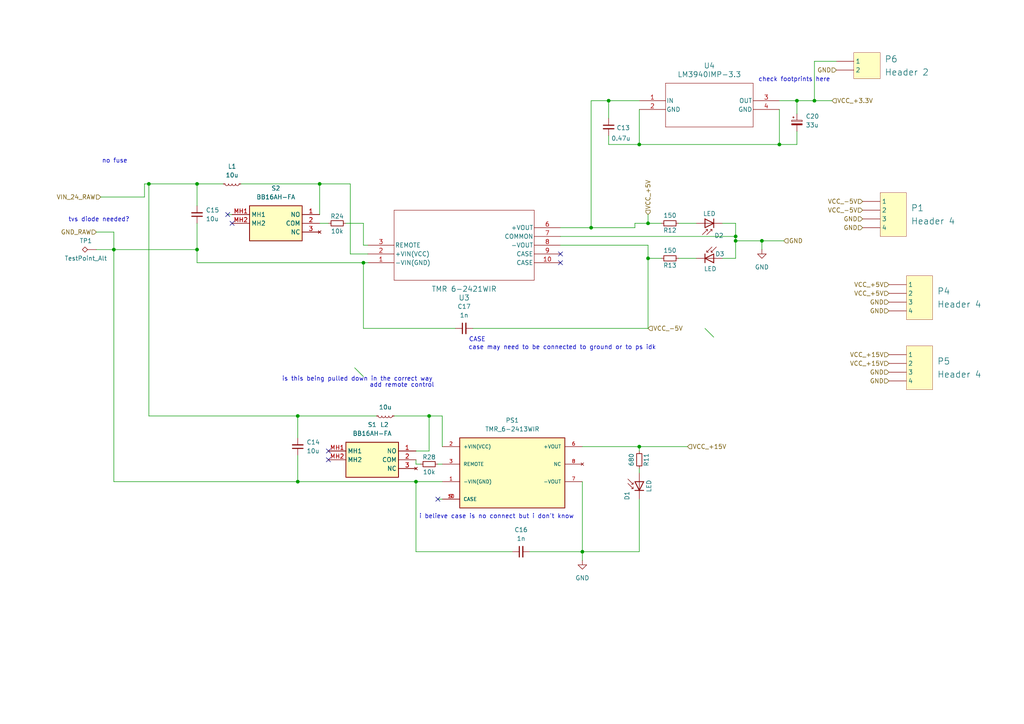
<source format=kicad_sch>
(kicad_sch (version 20231120) (generator "eeschema") (generator_version "8.0")
  (paper "A4")
  (lib_symbols
    (symbol "2025-07-16_21-58-08:TMR_6-2421WIR" (pin_names (offset 0.254))
      (property "Reference" "U" (at 27.94 10.16 0))
      (property "Value" "TMR 6-2421WIR" (at 27.94 7.62 0))
      (symbol "TMR_6-2421WIR_0_1"
        (polyline (pts (xy 7.62 -15.24) (xy 48.26 -15.24)) (stroke (width 0.127)))
        (polyline (pts (xy 7.62 5.08) (xy 7.62 -15.24)) (stroke (width 0.127)))
        (polyline (pts (xy 48.26 -15.24) (xy 48.26 5.08)) (stroke (width 0.127)))
        (polyline (pts (xy 48.26 5.08) (xy 7.62 5.08)) (stroke (width 0.127)))
        (pin power_out line (at 0 0 0) (length 7.62) (name "-VIN(GND)") (number "1"))
        (pin unspecified line (at 55.88 0 180) (length 7.62) (name "CASE") (number "10"))
        (pin power_in line (at 0 -2.54 0) (length 7.62) (name "+VIN(VCC)") (number "2"))
        (pin bidirectional line (at 0 -5.08 0) (length 7.62) (name "REMOTE") (number "3"))
        (pin power_in line (at 55.88 -10.16 180) (length 7.62) (name "+VOUT") (number "6"))
        (pin unspecified line (at 55.88 -7.62 180) (length 7.62) (name "COMMON") (number "7"))
        (pin power_in line (at 55.88 -5.08 180) (length 7.62) (name "-VOUT") (number "8"))
        (pin unspecified line (at 55.88 -2.54 180) (length 7.62) (name "CASE") (number "9"))
      )
    )
    (symbol "BB16AH-FA:BB16AH-FA"
      (property "Reference" "S" (at 21.59 7.62 0))
      (property "Value" "BB16AH-FA" (at 21.59 5.08 0))
      (symbol "BB16AH-FA_1_1"
        (rectangle (start 5.08 2.54) (end 20.32 -7.62) (stroke (width 0.254)) (fill (type background)))
        (pin passive line (at 25.4 0 180) (length 5.08) (name "NO") (number "1"))
        (pin passive line (at 25.4 -2.54 180) (length 5.08) (name "COM") (number "2"))
        (pin no_connect line (at 25.4 -5.08 180) (length 5.08) (name "NC") (number "3"))
        (pin passive line (at 0 0 0) (length 5.08) (name "MH1") (number "MH1"))
        (pin passive line (at 0 -2.54 0) (length 5.08) (name "MH2") (number "MH2"))
      )
    )
    (symbol "Connector:TestPoint_Alt" (pin_numbers hide) (pin_names (offset 0.762) hide)
      (property "Reference" "TP" (at 0 6.858 0))
      (property "Value" "TestPoint_Alt" (at 0 5.08 0))
      (symbol "TestPoint_Alt_0_1"
        (polyline (pts (xy 0 2.54) (xy -0.762 3.302) (xy 0 4.064) (xy 0.762 3.302) (xy 0 2.54)))
      )
      (symbol "TestPoint_Alt_1_1"
        (pin passive line (at 0 0 90) (length 2.54) (name "1") (number "1"))
      )
    )
    (symbol "Device:C_Polarized_Small" (pin_numbers hide) (pin_names (offset 0.254) hide)
      (property "Reference" "C" (at 0.254 1.778 0))
      (property "Value" "C_Polarized_Small" (at 0.254 -2.032 0))
      (symbol "C_Polarized_Small_0_1"
        (rectangle (start -1.524 -0.3048) (end 1.524 -0.6858) (fill (type outline)))
        (rectangle (start -1.524 0.6858) (end 1.524 0.3048))
        (polyline (pts (xy -1.27 1.524) (xy -0.762 1.524)))
        (polyline (pts (xy -1.016 1.27) (xy -1.016 1.778)))
      )
      (symbol "C_Polarized_Small_1_1"
        (pin passive line (at 0 2.54 270) (length 1.8542) (name "~") (number "1"))
        (pin passive line (at 0 -2.54 90) (length 1.8542) (name "~") (number "2"))
      )
    )
    (symbol "Device:C_Small" (pin_numbers hide) (pin_names (offset 0.254) hide)
      (property "Reference" "C" (at 0.254 1.778 0))
      (property "Value" "C_Small" (at 0.254 -2.032 0))
      (symbol "C_Small_0_1"
        (polyline (pts (xy -1.524 -0.508) (xy 1.524 -0.508)) (stroke (width 0.3302)))
        (polyline (pts (xy -1.524 0.508) (xy 1.524 0.508)) (stroke (width 0.3048)))
      )
      (symbol "C_Small_1_1"
        (pin passive line (at 0 2.54 270) (length 2.032) (name "~") (number "1"))
        (pin passive line (at 0 -2.54 90) (length 2.032) (name "~") (number "2"))
      )
    )
    (symbol "Device:D_Photo" (pin_numbers hide) (pin_names hide)
      (property "Reference" "D" (at 0.508 1.778 0))
      (property "Value" "D_Photo" (at -1.016 -2.794 0))
      (symbol "D_Photo_0_1"
        (polyline (pts (xy -2.54 1.27) (xy -2.54 -1.27)) (stroke (width 0.254)))
        (polyline (pts (xy -2.032 1.778) (xy -1.524 1.778)))
        (polyline (pts (xy 0 0) (xy -2.54 0)))
        (polyline (pts (xy -0.508 3.302) (xy -2.032 1.778) (xy -2.032 2.286)))
        (polyline (pts (xy 0 -1.27) (xy 0 1.27) (xy -2.54 0) (xy 0 -1.27)) (stroke (width 0.254)))
        (polyline (pts (xy 0.762 3.302) (xy -0.762 1.778) (xy -0.762 2.286) (xy -0.762 1.778) (xy -0.254 1.778)))
      )
      (symbol "D_Photo_1_1"
        (pin passive line (at -5.08 0 0) (length 2.54) (name "K") (number "1"))
        (pin passive line (at 2.54 0 180) (length 2.54) (name "A") (number "2"))
      )
    )
    (symbol "Device:L_Small" (pin_numbers hide) (pin_names (offset 0.254) hide)
      (property "Reference" "L" (at 0.762 1.016 0))
      (property "Value" "L_Small" (at 0.762 -1.016 0))
      (symbol "L_Small_0_1"
        (arc (start 0 -2.032) (mid 0.5058 -1.524) (end 0 -1.016))
        (arc (start 0 -1.016) (mid 0.5058 -0.508) (end 0 0))
        (arc (start 0 0) (mid 0.5058 0.508) (end 0 1.016))
        (arc (start 0 1.016) (mid 0.5058 1.524) (end 0 2.032))
      )
      (symbol "L_Small_1_1"
        (pin passive line (at 0 2.54 270) (length 0.508) (name "~") (number "1"))
        (pin passive line (at 0 -2.54 90) (length 0.508) (name "~") (number "2"))
      )
    )
    (symbol "Device:R_Small" (pin_numbers hide) (pin_names (offset 0.254) hide)
      (property "Reference" "R" (at 0.762 0.508 0))
      (property "Value" "R_Small" (at 0.762 -1.016 0))
      (symbol "R_Small_0_1"
        (rectangle (start -0.762 1.778) (end 0.762 -1.778) (stroke (width 0.2032)))
      )
      (symbol "R_Small_1_1"
        (pin passive line (at 0 2.54 270) (length 0.762) (name "~") (number "1"))
        (pin passive line (at 0 -2.54 90) (length 0.762) (name "~") (number "2"))
      )
    )
    (symbol "Miscellaneous Connectors:Header 2"
      (property "Reference" "P" (at 0 -7.62 0))
      (property "Value" "Header 2" (at -1.27 -3.81 0))
      (symbol "Header 2_1_0"
        (rectangle (start 7.62 0) (end 0 -7.62) (stroke (width 0.0254) (color 128 0 0 1)) (fill (type background)))
        (pin passive line (at -5.08 -2.54 0) (length 5.08) (name "1") (number "1"))
        (pin passive line (at -5.08 -5.08 0) (length 5.08) (name "2") (number "2"))
      )
    )
    (symbol "Miscellaneous Connectors:Header 4"
      (property "Reference" "P" (at 0 -12.7 0))
      (property "Value" "Header 4" (at -1.27 -3.81 0))
      (symbol "Header 4_1_0"
        (rectangle (start 7.62 0) (end 0 -12.7) (stroke (width 0.0254) (color 128 0 0 1)) (fill (type background)))
        (pin passive line (at -5.08 -2.54 0) (length 5.08) (name "1") (number "1"))
        (pin passive line (at -5.08 -5.08 0) (length 5.08) (name "2") (number "2"))
        (pin passive line (at -5.08 -7.62 0) (length 5.08) (name "3") (number "3"))
        (pin passive line (at -5.08 -10.16 0) (length 5.08) (name "4") (number "4"))
      )
    )
    (symbol "TMR_6-2413WIR:TMR_6-2413WIR" (pin_names (offset 1.016))
      (property "Reference" "PS" (at -15.24 10.922 0))
      (property "Value" "TMR_6-2413WIR" (at -15.24 -12.7 0))
      (symbol "TMR_6-2413WIR_0_0"
        (rectangle (start -15.24 -10.16) (end 15.24 10.16) (stroke (width 0.254)) (fill (type background)))
        (pin input line (at -20.32 -2.54 0) (length 5.08) (name "-VIN(GND)") (number "1"))
        (pin passive line (at -20.32 -7.62 0) (length 5.08) (name "CASE") (number "10"))
        (pin input line (at -20.32 7.62 0) (length 5.08) (name "+VIN(VCC)") (number "2"))
        (pin input line (at -20.32 2.54 0) (length 5.08) (name "REMOTE") (number "3"))
        (pin output line (at 20.32 7.62 180) (length 5.08) (name "+VOUT") (number "6"))
        (pin output line (at 20.32 -2.54 180) (length 5.08) (name "-VOUT") (number "7"))
        (pin no_connect line (at 20.32 2.54 180) (length 5.08) (name "NC") (number "8"))
        (pin passive line (at -20.32 -7.62 0) (length 5.08) (name "CASE") (number "9"))
      )
    )
    (symbol "ldo:LM3940IMP-3.3" (pin_names (offset 0.254))
      (property "Reference" "U" (at 20.32 10.16 0))
      (property "Value" "LM3940IMP-3.3" (at 20.32 7.62 0))
      (symbol "LM3940IMP-3.3_0_1"
        (polyline (pts (xy 7.62 -7.62) (xy 33.02 -7.62)) (stroke (width 0.127)))
        (polyline (pts (xy 7.62 5.08) (xy 7.62 -7.62)) (stroke (width 0.127)))
        (polyline (pts (xy 33.02 -7.62) (xy 33.02 5.08)) (stroke (width 0.127)))
        (polyline (pts (xy 33.02 5.08) (xy 7.62 5.08)) (stroke (width 0.127)))
        (pin input line (at 0 0 0) (length 7.62) (name "IN") (number "1"))
        (pin passive line (at 0 -2.54 0) (length 7.62) (name "GND") (number "2"))
        (pin output line (at 40.64 0 180) (length 7.62) (name "OUT") (number "3"))
        (pin passive line (at 40.64 -2.54 180) (length 7.62) (name "GND") (number "4"))
      )
    )
    (symbol "power:GND" (power) (pin_numbers hide) (pin_names (offset 0) hide)
      (property "Value" "GND" (at 0 -3.81 0))
      (symbol "GND_0_1"
        (polyline (pts (xy 0 0) (xy 0 -1.27) (xy 1.27 -1.27) (xy 0 -2.54) (xy -1.27 -1.27) (xy 0 -1.27)))
      )
      (symbol "GND_1_1"
        (pin power_in line (at 0 0 270) (length 0) (name "~") (number "1"))
      )
    )
  )
  (junction (at 185.42 41.91))
  (junction (at 176.53 29.21))
  (junction (at 220.98 69.85))
  (junction (at 57.15 72.39))
  (junction (at 33.02 72.39))
  (junction (at 120.65 139.7))
  (junction (at 171.45 66.04))
  (junction (at 168.91 160.02))
  (junction (at 231.14 29.21))
  (junction (at 86.36 120.65))
  (junction (at 92.71 53.34))
  (junction (at 187.96 74.93))
  (junction (at 86.36 139.7))
  (junction (at 236.22 29.21))
  (junction (at 105.41 76.2))
  (junction (at 213.36 68.58))
  (junction (at 124.46 120.65))
  (junction (at 213.36 69.85))
  (junction (at 226.06 41.91))
  (junction (at 187.96 64.77))
  (junction (at 43.18 53.34))
  (junction (at 57.15 53.34))
  (junction (at 185.42 129.54))
  (no_connect (at 67.31 64.77))
  (no_connect (at 66.04 62.23))
  (no_connect (at 95.25 133.35))
  (no_connect (at 95.25 130.81))
  (no_connect (at 127 144.78))
  (no_connect (at 162.56 73.66))
  (no_connect (at 162.56 76.2))
  (bus_entry (at 102.87 106.68) (size 2.54 2.54))
  (bus_entry (at 204.47 95.25) (size 2.54 2.54))
  (wire (pts (xy 231.14 41.91) (xy 231.14 38.1)))
  (wire (pts (xy 43.18 120.65) (xy 86.36 120.65)))
  (wire (pts (xy 168.91 129.54) (xy 185.42 129.54)))
  (wire (pts (xy 226.06 41.91) (xy 231.14 41.91)))
  (wire (pts (xy 236.22 29.21) (xy 241.3 29.21)))
  (wire (pts (xy 86.36 139.7) (xy 120.65 139.7)))
  (wire (pts (xy 33.02 67.31) (xy 33.02 72.39)))
  (wire (pts (xy 120.65 134.62) (xy 120.65 133.35)))
  (wire (pts (xy 127 134.62) (xy 128.27 134.62)))
  (wire (pts (xy 69.85 53.34) (xy 92.71 53.34)))
  (wire (pts (xy 226.06 31.75) (xy 226.06 41.91)))
  (wire (pts (xy 187.96 74.93) (xy 191.77 74.93)))
  (wire (pts (xy 120.65 139.7) (xy 128.27 139.7)))
  (wire (pts (xy 29.21 57.15) (xy 41.91 57.15)))
  (wire (pts (xy 57.15 64.77) (xy 57.15 72.39)))
  (wire (pts (xy 184.15 64.77) (xy 187.96 64.77)))
  (wire (pts (xy 41.91 53.34) (xy 43.18 53.34)))
  (wire (pts (xy 213.36 74.93) (xy 213.36 69.85)))
  (wire (pts (xy 185.42 135.89) (xy 185.42 137.16)))
  (wire (pts (xy 162.56 68.58) (xy 213.36 68.58)))
  (wire (pts (xy 148.59 160.02) (xy 120.65 160.02)))
  (wire (pts (xy 120.65 134.62) (xy 121.92 134.62)))
  (wire (pts (xy 184.15 64.77) (xy 184.15 66.04)))
  (wire (pts (xy 226.06 29.21) (xy 231.14 29.21)))
  (wire (pts (xy 220.98 72.39) (xy 220.98 69.85)))
  (wire (pts (xy 196.85 64.77) (xy 201.93 64.77)))
  (wire (pts (xy 95.25 64.77) (xy 92.71 64.77)))
  (wire (pts (xy 120.65 130.81) (xy 124.46 130.81)))
  (wire (pts (xy 196.85 74.93) (xy 201.93 74.93)))
  (wire (pts (xy 100.33 64.77) (xy 105.41 64.77)))
  (wire (pts (xy 33.02 72.39) (xy 57.15 72.39)))
  (wire (pts (xy 236.22 17.78) (xy 236.22 29.21)))
  (wire (pts (xy 176.53 29.21) (xy 176.53 34.29)))
  (wire (pts (xy 105.41 95.25) (xy 105.41 76.2)))
  (wire (pts (xy 187.96 74.93) (xy 187.96 95.25)))
  (wire (pts (xy 220.98 69.85) (xy 227.33 69.85)))
  (wire (pts (xy 33.02 67.31) (xy 27.94 67.31)))
  (wire (pts (xy 185.42 41.91) (xy 226.06 41.91)))
  (wire (pts (xy 57.15 53.34) (xy 64.77 53.34)))
  (wire (pts (xy 209.55 74.93) (xy 213.36 74.93)))
  (wire (pts (xy 176.53 29.21) (xy 185.42 29.21)))
  (wire (pts (xy 185.42 129.54) (xy 185.42 130.81)))
  (wire (pts (xy 33.02 72.39) (xy 33.02 139.7)))
  (wire (pts (xy 231.14 29.21) (xy 231.14 33.02)))
  (wire (pts (xy 86.36 132.08) (xy 86.36 139.7)))
  (wire (pts (xy 162.56 66.04) (xy 171.45 66.04)))
  (wire (pts (xy 176.53 29.21) (xy 171.45 29.21)))
  (wire (pts (xy 213.36 69.85) (xy 213.36 68.58)))
  (wire (pts (xy 185.42 144.78) (xy 185.42 160.02)))
  (wire (pts (xy 132.08 95.25) (xy 105.41 95.25)))
  (wire (pts (xy 43.18 53.34) (xy 57.15 53.34)))
  (wire (pts (xy 187.96 74.93) (xy 187.96 71.12)))
  (wire (pts (xy 127 144.78) (xy 128.27 144.78)))
  (wire (pts (xy 213.36 64.77) (xy 209.55 64.77)))
  (wire (pts (xy 57.15 76.2) (xy 57.15 72.39)))
  (wire (pts (xy 124.46 120.65) (xy 128.27 120.65)))
  (wire (pts (xy 114.3 120.65) (xy 124.46 120.65)))
  (wire (pts (xy 128.27 129.54) (xy 128.27 120.65)))
  (wire (pts (xy 43.18 53.34) (xy 43.18 120.65)))
  (wire (pts (xy 57.15 76.2) (xy 105.41 76.2)))
  (wire (pts (xy 187.96 62.23) (xy 187.96 64.77)))
  (wire (pts (xy 168.91 160.02) (xy 168.91 139.7)))
  (wire (pts (xy 105.41 71.12) (xy 105.41 64.77)))
  (wire (pts (xy 27.94 72.39) (xy 33.02 72.39)))
  (wire (pts (xy 92.71 62.23) (xy 92.71 53.34)))
  (wire (pts (xy 213.36 68.58) (xy 213.36 64.77)))
  (wire (pts (xy 185.42 160.02) (xy 168.91 160.02)))
  (wire (pts (xy 185.42 129.54) (xy 199.39 129.54)))
  (wire (pts (xy 101.6 53.34) (xy 101.6 73.66)))
  (wire (pts (xy 86.36 120.65) (xy 86.36 127)))
  (wire (pts (xy 57.15 53.34) (xy 57.15 59.69)))
  (wire (pts (xy 171.45 29.21) (xy 171.45 66.04)))
  (wire (pts (xy 124.46 120.65) (xy 124.46 130.81)))
  (wire (pts (xy 41.91 53.34) (xy 41.91 57.15)))
  (wire (pts (xy 105.41 76.2) (xy 106.68 76.2)))
  (wire (pts (xy 153.67 160.02) (xy 168.91 160.02)))
  (wire (pts (xy 185.42 41.91) (xy 176.53 41.91)))
  (wire (pts (xy 176.53 41.91) (xy 176.53 39.37)))
  (wire (pts (xy 168.91 160.02) (xy 168.91 162.56)))
  (wire (pts (xy 33.02 139.7) (xy 86.36 139.7)))
  (wire (pts (xy 120.65 160.02) (xy 120.65 139.7)))
  (wire (pts (xy 242.57 17.78) (xy 236.22 17.78)))
  (wire (pts (xy 66.04 62.23) (xy 67.31 62.23)))
  (wire (pts (xy 231.14 29.21) (xy 236.22 29.21)))
  (wire (pts (xy 187.96 64.77) (xy 191.77 64.77)))
  (wire (pts (xy 220.98 69.85) (xy 213.36 69.85)))
  (wire (pts (xy 137.16 95.25) (xy 187.96 95.25)))
  (wire (pts (xy 105.41 71.12) (xy 106.68 71.12)))
  (wire (pts (xy 86.36 120.65) (xy 109.22 120.65)))
  (wire (pts (xy 171.45 66.04) (xy 184.15 66.04)))
  (wire (pts (xy 187.96 71.12) (xy 162.56 71.12)))
  (wire (pts (xy 101.6 73.66) (xy 106.68 73.66)))
  (wire (pts (xy 92.71 53.34) (xy 101.6 53.34)))
  (wire (pts (xy 185.42 31.75) (xy 185.42 41.91)))
  (text "add remote control\n" (at 116.586 111.76 0) (effects (font (size 1.27 1.27))))
  (text "CASE" (at 138.43 98.552 0) (effects (font (size 1.27 1.27))))
  (text "i believe case is no connect but i don't know\n" (at 144.018 149.86 0) (effects (font (size 1.27 1.27))))
  (text "no fuse" (at 33.274 46.736 0) (effects (font (size 1.27 1.27))))
  (text "case may need to be connected to ground or to ps idk" (at 163.068 100.838 0) (effects (font (size 1.27 1.27))))
  (text "check footprints here" (at 230.378 23.114 0) (effects (font (size 1.27 1.27))))
  (text "tvs diode needed?\n" (at 28.702 63.754 0) (effects (font (size 1.27 1.27))))
  (text "is this being pulled down in the correct way\n" (at 103.632 109.982 0) (effects (font (size 1.27 1.27))))
  (hierarchical_label "VCC_-5V" (shape input) (at 250.19 58.42 180))
  (hierarchical_label "GND" (shape input) (at 257.81 87.63 180))
  (hierarchical_label "VIN_24_RAW" (shape input) (at 29.21 57.15 180))
  (hierarchical_label "GND" (shape input) (at 257.81 110.49 180))
  (hierarchical_label "VCC_+3.3V" (shape input) (at 241.3 29.21 0))
  (hierarchical_label "VCC_+15V" (shape input) (at 257.81 105.41 180))
  (hierarchical_label "VCC_+15V" (shape input) (at 199.39 129.54 0))
  (hierarchical_label "VCC_+5V" (shape input) (at 187.96 62.23 90))
  (hierarchical_label "GND" (shape input) (at 257.81 90.17 180))
  (hierarchical_label "VCC_-5V" (shape input) (at 187.96 95.25 0))
  (hierarchical_label "GND" (shape input) (at 250.19 66.04 180))
  (hierarchical_label "VCC_-5V" (shape input) (at 250.19 60.96 180))
  (hierarchical_label "GND_RAW" (shape input) (at 27.94 67.31 180))
  (hierarchical_label "VCC_+5V" (shape input) (at 257.81 85.09 180))
  (hierarchical_label "GND" (shape input) (at 250.19 63.5 180))
  (hierarchical_label "VCC_+5V" (shape input) (at 257.81 82.55 180))
  (hierarchical_label "GND" (shape input) (at 242.57 20.32 180))
  (hierarchical_label "GND" (shape input) (at 227.33 69.85 0))
  (hierarchical_label "GND" (shape input) (at 257.81 107.95 180))
  (hierarchical_label "VCC_+15V" (shape input) (at 257.81 102.87 180))
  (symbol (lib_id "Device:L_Small") (at 67.31 53.34 270) (unit 1)
    (property "Reference" "L1" (at 67.31 48.26 90))
    (property "Value" "10u" (at 67.31 50.8 90))
    (property "Footprint" "inductorps:IND_TCK-047_TRP" (effects (hide yes)))
    (property "Description" "Inductor, small symbol" (effects (hide yes)))
  )
  (symbol (lib_id "Miscellaneous Connectors:Header 2") (at 247.65 15.24 0) (unit 1)
    (property "Reference" "P6" (at 256.54 17.1449 0) (effects (font (size 1.8288 1.8288)) (justify left)))
    (property "Value" "Header 2" (at 256.54 20.9549 0) (effects (font (size 1.8288 1.8288)) (justify left)))
    (property "Footprint" "Connector_PinHeader_2.54mm:PinHeader_1x02_P2.54mm_Vertical" (effects (hide yes)))
    (property "Description" "Header, 2-Pin" (effects (hide yes)))
    (property "LatestRevisionDate" "17-Jul-2002" (effects (hide yes)))
    (property "LatestRevisionNote" "Re-released for DXP Platform." (effects (hide yes)))
    (property "Publisher" "Altium Limited" (effects (hide yes)))
  )
  (symbol (lib_id "Device:C_Small") (at 86.36 129.54 180) (unit 1)
    (property "Reference" "C14" (at 88.9 128.2635 0) (effects (justify right)))
    (property "Value" "10u" (at 88.9 130.8035 0) (effects (justify right)))
    (property "Footprint" "UMJ325KB7106KMHP:CAPC3225X280N" (effects (hide yes)))
    (property "Description" "Unpolarized capacitor, small symbol" (effects (hide yes)))
  )
  (symbol (lib_id "Device:D_Photo") (at 204.47 64.77 180) (unit 1)
    (property "Reference" "D2" (at 208.534 68.326 0))
    (property "Value" "LED" (at 205.74 61.976 0))
    (property "Footprint" "LED_SMD:LED_0805_2012Metric" (effects (hide yes)))
    (property "Description" "Photodiode" (effects (hide yes)))
  )
  (symbol (lib_id "Device:D_Photo") (at 185.42 139.7 90) (unit 1)
    (property "Reference" "D1" (at 181.864 143.764 0))
    (property "Value" "LED" (at 188.214 140.97 0))
    (property "Footprint" "LED_SMD:LED_0805_2012Metric" (effects (hide yes)))
    (property "Description" "Photodiode" (effects (hide yes)))
  )
  (symbol (lib_id "Miscellaneous Connectors:Header 4") (at 262.89 100.33 0) (unit 1)
    (property "Reference" "P5" (at 271.78 104.7749 0) (effects (font (size 1.8288 1.8288)) (justify left)))
    (property "Value" "Header 4" (at 271.78 108.5849 0) (effects (font (size 1.8288 1.8288)) (justify left)))
    (property "Footprint" "Connector_PinHeader_2.54mm:PinHeader_1x04_P2.54mm_Vertical" (effects (hide yes)))
    (property "Description" "Header, 4-Pin" (effects (hide yes)))
    (property "LatestRevisionDate" "17-Jul-2002" (effects (hide yes)))
    (property "LatestRevisionNote" "Re-released for DXP Platform." (effects (hide yes)))
    (property "Publisher" "Altium Limited" (effects (hide yes)))
  )
  (symbol (lib_id "power:GND") (at 168.91 162.56 0) (unit 1)
    (property "Reference" "#PWR090" (effects (hide yes)))
    (property "Value" "GND" (at 168.91 167.64 0))
    (property "Description" "Power symbol creates a global label with name \"GND\" , ground" (effects (hide yes)))
  )
  (symbol (lib_id "Miscellaneous Connectors:Header 4") (at 262.89 80.01 0) (unit 1)
    (property "Reference" "P4" (at 271.78 84.4549 0) (effects (font (size 1.8288 1.8288)) (justify left)))
    (property "Value" "Header 4" (at 271.78 88.2649 0) (effects (font (size 1.8288 1.8288)) (justify left)))
    (property "Footprint" "Connector_PinHeader_2.54mm:PinHeader_1x04_P2.54mm_Vertical" (effects (hide yes)))
    (property "Description" "Header, 4-Pin" (effects (hide yes)))
    (property "LatestRevisionDate" "17-Jul-2002" (effects (hide yes)))
    (property "LatestRevisionNote" "Re-released for DXP Platform." (effects (hide yes)))
    (property "Publisher" "Altium Limited" (effects (hide yes)))
  )
  (symbol (lib_id "Device:R_Small") (at 185.42 133.35 0) (mirror x) (unit 1)
    (property "Reference" "R11" (at 187.452 133.35 90))
    (property "Value" "680" (at 183.134 133.35 90))
    (property "Footprint" "Resistor_SMD:R_0805_2012Metric" (effects (hide yes)))
    (property "Description" "Resistor, small symbol" (effects (hide yes)))
  )
  (symbol (lib_id "BB16AH-FA:BB16AH-FA") (at 67.31 62.23 0) (unit 1)
    (property "Reference" "S2" (at 80.01 54.61 0))
    (property "Value" "BB16AH-FA" (at 80.01 57.15 0))
    (property "Footprint" "Button_Switch_THT:KSA_Tactile_SPST" (effects (hide yes)))
    (property "Datasheet" "https://www.arrow.com/en/products/bb16ah-fa/nkk-switches" (effects (hide yes)))
    (property "Description" "Pushbutton Switches ON-ON .201 BLACK CAP RIGHT ANGL PC .4VA" (effects (hide yes)))
    (property "Height" "8.8" (effects (hide yes)))
    (property "Mouser Part Number" "633-BB16AH-FA" (effects (hide yes)))
    (property "Mouser Price/Stock" "https://www.mouser.co.uk/ProductDetail/NKK-Switches/BB16AH-FA?qs=E3XkhTW0K2HrJGK%2FHHAprQ%3D%3D" (effects (hide yes)))
    (property "Manufacturer_Name" "NKK Switches" (effects (hide yes)))
    (property "Manufacturer_Part_Number" "BB16AH-FA" (effects (hide yes)))
  )
  (symbol (lib_id "TMR_6-2413WIR:TMR_6-2413WIR") (at 148.59 137.16 0) (unit 1)
    (property "Reference" "PS1" (at 148.59 121.92 0))
    (property "Value" "TMR_6-2413WIR" (at 148.59 124.46 0))
    (property "Footprint" "6-2413:TMR62423" (effects (hide yes)))
    (property "MF" "Traco Power" (effects (hide yes)))
    (property "MAXIMUM_PACKAGE_HEIGHT" "11.7mm" (effects (hide yes)))
    (property "Package" "SIP-8 Traco Power" (effects (hide yes)))
    (property "Price" "None" (effects (hide yes)))
    (property "Check_prices" "https://www.snapeda.com/parts/TMR%206-2413WIR/Traco+Power/view-part/?ref=eda" (effects (hide yes)))
    (property "STANDARD" "IPC-7351B" (effects (hide yes)))
    (property "PARTREV" "November 16, 2023" (effects (hide yes)))
    (property "SnapEDA_Link" "https://www.snapeda.com/parts/TMR%206-2413WIR/Traco+Power/view-part/?ref=snap" (effects (hide yes)))
    (property "MP" "TMR 6-2413WIR" (effects (hide yes)))
    (property "Purchase-URL" "https://www.snapeda.com/api/url_track_click_mouser/?unipart_id=5835454&manufacturer=Traco Power&part_name=TMR 6-2413WIR&search_term=None" (effects (hide yes)))
    (property "Description_1" "\n                        \n                            6 Watt DC/DC converter, railway, 4:1 input incl. 110 VDC nominal, regulated, 3000 VDC I/O-isolation, encapsulated, SIP-8 metal case\n                        \n" (effects (hide yes)))
    (property "Availability" "In Stock" (effects (hide yes)))
    (property "MANUFACTURER" "Traco Power" (effects (hide yes)))
  )
  (symbol (lib_id "Device:R_Small") (at 124.46 134.62 270) (mirror x) (unit 1)
    (property "Reference" "R28" (at 124.46 132.588 90))
    (property "Value" "10k" (at 124.46 136.906 90))
    (property "Footprint" "Resistor_SMD:R_0805_2012Metric" (effects (hide yes)))
    (property "Description" "Resistor, small symbol" (effects (hide yes)))
  )
  (symbol (lib_id "Device:R_Small") (at 97.79 64.77 270) (mirror x) (unit 1)
    (property "Reference" "R24" (at 97.79 62.738 90))
    (property "Value" "10k" (at 97.79 67.056 90))
    (property "Footprint" "Resistor_SMD:R_0805_2012Metric" (effects (hide yes)))
    (property "Description" "Resistor, small symbol" (effects (hide yes)))
  )
  (symbol (lib_id "power:GND") (at 220.98 72.39 0) (unit 1)
    (property "Reference" "#PWR019" (effects (hide yes)))
    (property "Value" "GND" (at 220.98 77.47 0))
    (property "Description" "Power symbol creates a global label with name \"GND\" , ground" (effects (hide yes)))
  )
  (symbol (lib_id "Connector:TestPoint_Alt") (at 27.94 72.39 90) (unit 1)
    (property "Reference" "TP1" (at 24.892 69.85 90))
    (property "Value" "TestPoint_Alt" (at 24.892 74.93 90))
    (property "Footprint" "TestPoint:TestPoint_THTPad_D2.5mm_Drill1.2mm" (effects (hide yes)))
    (property "Description" "test point (alternative shape)" (effects (hide yes)))
  )
  (symbol (lib_id "2025-07-16_21-58-08:TMR_6-2421WIR") (at 106.68 76.2 0) (mirror x) (unit 1)
    (property "Reference" "U3" (at 134.62 86.36 0) (effects (font (size 1.524 1.524))))
    (property "Value" "TMR 6-2421WIR" (at 134.62 83.82 0) (effects (font (size 1.524 1.524))))
    (property "Footprint" "6-2421:TMR62423" (effects (hide yes)))
    (property "Datasheet" "https://tracopower.com/tmr6wir-datasheet/" (effects (hide yes)))
  )
  (symbol (lib_id "Device:C_Polarized_Small") (at 231.14 35.56 0) (unit 1)
    (property "Reference" "C20" (at 233.68 33.7438 0) (effects (justify left)))
    (property "Value" "33u" (at 233.68 36.2838 0) (effects (justify left)))
    (property "Footprint" "Capacitor_SMD:C_0805_2012Metric" (effects (hide yes)))
    (property "Description" "Polarized capacitor, small symbol" (effects (hide yes)))
  )
  (symbol (lib_id "Device:C_Small") (at 151.13 160.02 90) (unit 1)
    (property "Reference" "C16" (at 151.1363 153.67 90))
    (property "Value" "1n" (at 151.1363 156.21 90))
    (property "Footprint" "1808Y3K00102KXT:CAPC4520X200N" (effects (hide yes)))
    (property "Description" "Unpolarized capacitor, small symbol" (effects (hide yes)))
  )
  (symbol (lib_id "Miscellaneous Connectors:Header 4") (at 255.27 55.88 0) (unit 1)
    (property "Reference" "P1" (at 264.16 60.3249 0) (effects (font (size 1.8288 1.8288)) (justify left)))
    (property "Value" "Header 4" (at 264.16 64.1349 0) (effects (font (size 1.8288 1.8288)) (justify left)))
    (property "Footprint" "Connector_PinHeader_2.54mm:PinHeader_1x04_P2.54mm_Vertical" (effects (hide yes)))
    (property "Description" "Header, 4-Pin" (effects (hide yes)))
    (property "LatestRevisionDate" "17-Jul-2002" (effects (hide yes)))
    (property "LatestRevisionNote" "Re-released for DXP Platform." (effects (hide yes)))
    (property "Publisher" "Altium Limited" (effects (hide yes)))
  )
  (symbol (lib_id "ldo:LM3940IMP-3.3") (at 185.42 29.21 0) (unit 1)
    (property "Reference" "U4" (at 205.74 19.05 0) (effects (font (size 1.524 1.524))))
    (property "Value" "LM3940IMP-3.3" (at 205.74 21.59 0) (effects (font (size 1.524 1.524))))
    (property "Footprint" "ldo:MP04A" (effects (hide yes)))
    (property "Datasheet" "https://www.ti.com/lit/gpn/lm3940" (effects (hide yes)))
  )
  (symbol (lib_id "Device:D_Photo") (at 207.01 74.93 0) (unit 1)
    (property "Reference" "D3" (at 208.788 73.66 0))
    (property "Value" "LED" (at 205.994 77.978 0))
    (property "Footprint" "LED_SMD:LED_0805_2012Metric" (effects (hide yes)))
    (property "Description" "Photodiode" (effects (hide yes)))
  )
  (symbol (lib_id "Device:R_Small") (at 194.31 74.93 90) (mirror x) (unit 1)
    (property "Reference" "R13" (at 194.31 76.962 90))
    (property "Value" "150" (at 194.31 72.644 90))
    (property "Footprint" "Resistor_SMD:R_0805_2012Metric" (effects (hide yes)))
    (property "Description" "Resistor, small symbol" (effects (hide yes)))
  )
  (symbol (lib_id "Device:C_Small") (at 57.15 62.23 180) (unit 1)
    (property "Reference" "C15" (at 59.69 60.9535 0) (effects (justify right)))
    (property "Value" "10u" (at 59.69 63.4935 0) (effects (justify right)))
    (property "Footprint" "UMJ325KB7106KMHP:CAPC3225X280N" (effects (hide yes)))
    (property "Description" "Unpolarized capacitor, small symbol" (effects (hide yes)))
  )
  (symbol (lib_id "BB16AH-FA:BB16AH-FA") (at 95.25 130.81 0) (unit 1)
    (property "Reference" "S1" (at 107.95 123.19 0))
    (property "Value" "BB16AH-FA" (at 107.95 125.73 0))
    (property "Footprint" "Button_Switch_THT:KSA_Tactile_SPST" (effects (hide yes)))
    (property "Datasheet" "https://www.arrow.com/en/products/bb16ah-fa/nkk-switches" (effects (hide yes)))
    (property "Description" "Pushbutton Switches ON-ON .201 BLACK CAP RIGHT ANGL PC .4VA" (effects (hide yes)))
    (property "Height" "8.8" (effects (hide yes)))
    (property "Mouser Part Number" "633-BB16AH-FA" (effects (hide yes)))
    (property "Mouser Price/Stock" "https://www.mouser.co.uk/ProductDetail/NKK-Switches/BB16AH-FA?qs=E3XkhTW0K2HrJGK%2FHHAprQ%3D%3D" (effects (hide yes)))
    (property "Manufacturer_Name" "NKK Switches" (effects (hide yes)))
    (property "Manufacturer_Part_Number" "BB16AH-FA" (effects (hide yes)))
  )
  (symbol (lib_id "Device:C_Small") (at 176.53 36.83 0) (unit 1)
    (property "Reference" "C13" (at 178.816 37.084 0) (effects (justify left)))
    (property "Value" "0.47u" (at 177.292 40.132 0) (effects (justify left)))
    (property "Footprint" "Capacitor_SMD:C_0805_2012Metric" (effects (hide yes)))
    (property "Description" "Unpolarized capacitor, small symbol" (effects (hide yes)))
  )
  (symbol (lib_id "Device:L_Small") (at 111.76 120.65 270) (unit 1)
    (property "Reference" "L2" (at 111.506 123.19 90))
    (property "Value" "10u" (at 111.76 118.11 90))
    (property "Footprint" "inductorps:IND_TCK-047_TRP" (effects (hide yes)))
    (property "Description" "Inductor, small symbol" (effects (hide yes)))
  )
  (symbol (lib_id "Device:C_Small") (at 134.62 95.25 90) (unit 1)
    (property "Reference" "C17" (at 134.6263 88.9 90))
    (property "Value" "1n" (at 134.6263 91.44 90))
    (property "Footprint" "1808Y3K00102KXT:CAPC4520X200N" (effects (hide yes)))
    (property "Description" "Unpolarized capacitor, small symbol" (effects (hide yes)))
  )
  (symbol (lib_id "Device:R_Small") (at 194.31 64.77 90) (mirror x) (unit 1)
    (property "Reference" "R12" (at 194.31 66.802 90))
    (property "Value" "150" (at 194.31 62.484 90))
    (property "Footprint" "Resistor_SMD:R_0805_2012Metric" (effects (hide yes)))
    (property "Description" "Resistor, small symbol" (effects (hide yes)))
  )
)
</source>
